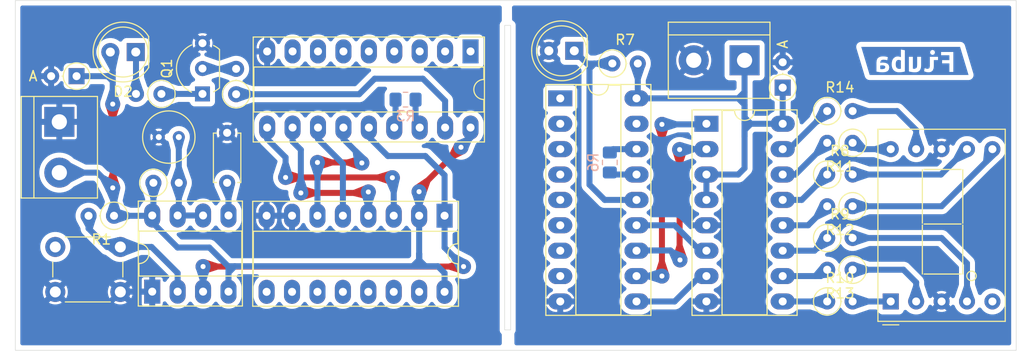
<source format=kicad_pcb>
(kicad_pcb
	(version 20241229)
	(generator "pcbnew")
	(generator_version "9.0")
	(general
		(thickness 1.6)
		(legacy_teardrops no)
	)
	(paper "A4")
	(layers
		(0 "F.Cu" signal)
		(2 "B.Cu" signal)
		(9 "F.Adhes" user "F.Adhesive")
		(11 "B.Adhes" user "B.Adhesive")
		(13 "F.Paste" user)
		(15 "B.Paste" user)
		(5 "F.SilkS" user "F.Silkscreen")
		(7 "B.SilkS" user "B.Silkscreen")
		(1 "F.Mask" user)
		(3 "B.Mask" user)
		(17 "Dwgs.User" user "User.Drawings")
		(19 "Cmts.User" user "User.Comments")
		(21 "Eco1.User" user "User.Eco1")
		(23 "Eco2.User" user "User.Eco2")
		(25 "Edge.Cuts" user)
		(27 "Margin" user)
		(31 "F.CrtYd" user "F.Courtyard")
		(29 "B.CrtYd" user "B.Courtyard")
		(35 "F.Fab" user)
		(33 "B.Fab" user)
		(39 "User.1" user)
		(41 "User.2" user)
		(43 "User.3" user)
		(45 "User.4" user)
		(47 "User.5" user)
		(49 "User.6" user)
		(51 "User.7" user)
		(53 "User.8" user)
		(55 "User.9" user)
	)
	(setup
		(stackup
			(layer "F.SilkS"
				(type "Top Silk Screen")
			)
			(layer "F.Paste"
				(type "Top Solder Paste")
			)
			(layer "F.Mask"
				(type "Top Solder Mask")
				(thickness 0.01)
			)
			(layer "F.Cu"
				(type "copper")
				(thickness 0.035)
			)
			(layer "dielectric 1"
				(type "core")
				(thickness 1.51)
				(material "FR4")
				(epsilon_r 4.5)
				(loss_tangent 0.02)
			)
			(layer "B.Cu"
				(type "copper")
				(thickness 0.035)
			)
			(layer "B.Mask"
				(type "Bottom Solder Mask")
				(thickness 0.01)
			)
			(layer "B.Paste"
				(type "Bottom Solder Paste")
			)
			(layer "B.SilkS"
				(type "Bottom Silk Screen")
			)
			(copper_finish "HAL SnPb")
			(dielectric_constraints no)
		)
		(pad_to_mask_clearance 0)
		(allow_soldermask_bridges_in_footprints no)
		(tenting front back)
		(pcbplotparams
			(layerselection 0x00000000_00000000_55555555_57555554)
			(plot_on_all_layers_selection 0x00000000_00000000_00000000_00000000)
			(disableapertmacros no)
			(usegerberextensions no)
			(usegerberattributes yes)
			(usegerberadvancedattributes yes)
			(creategerberjobfile yes)
			(dashed_line_dash_ratio 12.000000)
			(dashed_line_gap_ratio 3.000000)
			(svgprecision 4)
			(plotframeref no)
			(mode 1)
			(useauxorigin no)
			(hpglpennumber 1)
			(hpglpenspeed 20)
			(hpglpendiameter 15.000000)
			(pdf_front_fp_property_popups yes)
			(pdf_back_fp_property_popups yes)
			(pdf_metadata yes)
			(pdf_single_document no)
			(dxfpolygonmode yes)
			(dxfimperialunits yes)
			(dxfusepcbnewfont yes)
			(psnegative no)
			(psa4output no)
			(plot_black_and_white yes)
			(plotinvisibletext no)
			(sketchpadsonfab no)
			(plotpadnumbers no)
			(hidednponfab no)
			(sketchdnponfab yes)
			(crossoutdnponfab yes)
			(subtractmaskfromsilk no)
			(outputformat 1)
			(mirror no)
			(drillshape 0)
			(scaleselection 1)
			(outputdirectory "")
		)
	)
	(net 0 "")
	(net 1 "GND")
	(net 2 "Net-(U2-CV)")
	(net 3 "Net-(U2-DIS)")
	(net 4 "+5V")
	(net 5 "Net-(D2-K)")
	(net 6 "+5VD")
	(net 7 "GND1")
	(net 8 "Net-(Q1-C)")
	(net 9 "Net-(Q1-B)")
	(net 10 "Net-(Q2-C)")
	(net 11 "Net-(U2-TR)")
	(net 12 "Net-(U3-OSC1)")
	(net 13 "Net-(U3-OSC2)")
	(net 14 "Net-(U3-DOUT)")
	(net 15 "Net-(U4-OSC1)")
	(net 16 "Net-(U4-OSC2)")
	(net 17 "Net-(U7-A)")
	(net 18 "Net-(U6-Qa)")
	(net 19 "Net-(U7-C)")
	(net 20 "Net-(U6-Qc)")
	(net 21 "Net-(U7-E)")
	(net 22 "Net-(U6-Qe)")
	(net 23 "Net-(U6-Qg)")
	(net 24 "Net-(U7-G)")
	(net 25 "Net-(U6-Qb)")
	(net 26 "Net-(U7-B)")
	(net 27 "Net-(U7-D)")
	(net 28 "Net-(U6-Qd)")
	(net 29 "Net-(U6-Qf)")
	(net 30 "Net-(U7-F)")
	(net 31 "unconnected-(U3-A1-Pad2)")
	(net 32 "unconnected-(U3-A0-Pad1)")
	(net 33 "unconnected-(U3-A4-Pad5)")
	(net 34 "unconnected-(U3-A3-Pad4)")
	(net 35 "unconnected-(U3-A6-Pad7)")
	(net 36 "unconnected-(U3-A2-Pad3)")
	(net 37 "unconnected-(U3-A5-Pad6)")
	(net 38 "unconnected-(U3-A7-Pad8)")
	(net 39 "unconnected-(U4-A3-Pad4)")
	(net 40 "unconnected-(U4-A0-Pad1)")
	(net 41 "Net-(U4-D11)")
	(net 42 "unconnected-(U4-VT-Pad17)")
	(net 43 "Net-(U4-D10)")
	(net 44 "unconnected-(U4-A1-Pad2)")
	(net 45 "Net-(U4-D9)")
	(net 46 "unconnected-(U4-A5-Pad6)")
	(net 47 "unconnected-(U4-A2-Pad3)")
	(net 48 "unconnected-(U4-A7-Pad8)")
	(net 49 "Net-(U4-D8)")
	(net 50 "unconnected-(U4-A6-Pad7)")
	(net 51 "unconnected-(U4-A4-Pad5)")
	(net 52 "unconnected-(U7-DP-Pad5)")
	(net 53 "unconnected-(U1B-Reset-Pad15)")
	(net 54 "unconnected-(U1B-Q1-Pad11)")
	(net 55 "Net-(U1A-Q4)")
	(net 56 "Net-(U1A-Q1)")
	(net 57 "unconnected-(U1B-Enable-Pad10)")
	(net 58 "Net-(U1A-Q3)")
	(net 59 "Net-(U1A-CK)")
	(net 60 "Net-(U1A-Q2)")
	(net 61 "unconnected-(U1B-CK-Pad9)")
	(net 62 "unconnected-(U1B-Q3-Pad13)")
	(net 63 "unconnected-(U1B-Q4-Pad14)")
	(net 64 "unconnected-(U1B-Q2-Pad12)")
	(footprint "Resistor_THT:R_Axial_DIN0207_L6.3mm_D2.5mm_P2.54mm_Vertical" (layer "F.Cu") (at 207.645 64.4525))
	(pad "2" thru_hole oval
		(at 2.54 0)
		(size 1.6 1.6)
		(drill 0.8)
		(layers "*.Cu" "*.Mask" "In1.Cu" "In2.Cu" "In3.Cu" "In4.Cu" "In5.Cu" "In6.Cu"
			"In7.Cu" "In8.Cu" "In9.Cu" "In10.Cu" "In11.Cu" "In12.Cu" "In13.Cu" "In14.Cu"
			"In15.Cu" "In16.Cu" "In17.Cu" "In18.Cu" "In19.Cu" "In20.Cu" "In21.Cu"
			"In22.Cu" "In23.Cu" "In24.Cu" "In25.Cu" "In26.Cu" "In27.Cu" "In28.Cu"
			"In29.Cu" "In30.Cu"
		)
		(remove_unused_layers no)
		(net 19 "Net-(U7-C)")
		(pintype "passive")
		(teardrops
			(best_length_ratio 0.5)
			(max_length 1)
			(best_width_ratio 1)
			(max_width 2)
			(curved_edges no)filter_ratio 0.9)
		(enabled yes)
		(allow_two_segments yes)
		(prefer_zone_connections yes)
	)
	(uuid "1b51b88b-1cb1-46b0-95ae-9d7e19a57c39")
)
(embedded_fonts no)
(model "${KIPRJMOD}/packages3D/R_Axial_DIN0207_L6.3mm_D2.5mm_P2.54mm_Vertical.wrl"
	(offset
		(xyz 0 0 0)
	)
	(scale
		(xyz 1 1 1)
	)
	(rotate
		(xyz 0 0 0)
	)
)
)
(footprint "Resistor_THT:R_Axial_DIN0207_L6.3mm_D2.5mm_P2.54mm_Vertical" (layer "F.Cu") (at 210.185 67.6275 180))
(pad "2" thru_hole oval
	(at 2.54 0 180)
	(size 1.6 1.6)
	(drill 0.8)
	(layers "*.Cu" "*.Mask" "In1.Cu" "In2.Cu" "In3.Cu" "In4.Cu" "In5.Cu" "In6.Cu"
		"In7.Cu" "In8.Cu" "In9.Cu" "In10.Cu" "In11.Cu" "In12.Cu" "In13.Cu" "In14.Cu"
		"In15.Cu" "In16.Cu" "In17.Cu" "In18.Cu" "In19.Cu" "In20.Cu" "In21.Cu" "In22.Cu"
		"In23.Cu" "In24.Cu" "In25.Cu" "In26.Cu" "In27.Cu" "In28.Cu" "In29.Cu" "In30.Cu"
	)
	(remove_unused_layers no)
	(net 28 "Net-(U6-Qd)")
	(pintype "passive")
	(teardrops
		(best_length_ratio 0.5)
		(max_length 1)
		(best_width_ratio 1)
		(max_width 2)
		(curved_edges no)filter_ratio 0.9)
	(enabled yes)
	(allow_two_segments yes)
	(prefer_zone_connections yes)
)
(uuid "ff1c6cfa-1b21-4a20-b371-800b230c0ece")
)
(embedded_fonts no)
(model "${KIPRJMOD}/packages3D/R_Axial_DIN0207_L6.3mm_D2.5mm_P2.54mm_Vertical.wrl"
	(offset
		(xyz 0 0 0)
	)
	(scale
		(xyz 1 1 1)
	)
	(rotate
		(xyz 0 0 0)
	)
)
)
(footprint "Resistor_THT:R_Axial_DIN0207_L6.3mm_D2.5mm_P2.54mm_Vertical" (layer "F.Cu") (at 210.185 54.9275 180))
(pad "2" thru_hole oval
	(at 2.54 0 180)
	(size 1.6 1.6)
	(drill 0.8)
	(layers "*.Cu" "*.Mask" "In1.Cu" "In2.Cu" "In3.Cu" "In4.Cu" "In5.Cu" "In6.Cu"
		"In7.Cu" "In8.Cu" "In9.Cu" "In10.Cu" "In11.Cu" "In12.Cu" "In13.Cu" "In14.Cu"
		"In15.Cu" "In16.Cu" "In17.Cu" "In18.Cu" "In19.Cu" "In20.Cu" "In21.Cu" "In22.Cu"
		"In23.Cu" "In24.Cu" "In25.Cu" "In26.Cu" "In27.Cu" "In28.Cu" "In29.Cu" "In30.Cu"
	)
	(remove_unused_layers no)
	(net 23 "Net-(U6-Qg)")
	(pintype "passive")
	(teardrops
		(best_length_ratio 0.5)
		(max_length 1)
		(best_width_ratio 1)
		(max_width 2)
		(curved_edges no)filter_ratio 0.9)
	(enabled yes)
	(allow_two_segments yes)
	(prefer_zone_connections yes)
)
(uuid "d841e604-1132-4f07-be27-08bc123c12f4")
)
(embedded_fonts no)
(model "${KIPRJMOD}/packages3D/R_Axial_DIN0207_L6.3mm_D2.5mm_P2.54mm_Vertical.wrl"
	(offset
		(xyz 0 0 0)
	)
	(scale
		(xyz 1 1 1)
	)
	(rotate
		(xyz 0 0 0)
	)
)
)
(footprint "Resistor_THT:R_Axial_DIN0207_L6.3mm_D2.5mm_P2.54mm_Vertical" (layer "F.Cu") (at 140.325 58.928))
(pad "2" thru_hole oval
	(at 2.54 0)
	(size 1.6 1.6)
	(drill 0.8)
	(layers "*.Cu" "*.Mask" "In1.Cu" "In2.Cu" "In3.Cu" "In4.Cu" "In5.Cu" "In6.Cu"
		"In7.Cu" "In8.Cu" "In9.Cu" "In10.Cu" "In11.Cu" "In12.Cu" "In13.Cu" "In14.Cu"
		"In15.Cu" "In16.Cu" "In17.Cu" "In18.Cu" "In19.Cu" "In20.Cu" "In21.Cu" "In22.Cu"
		"In23.Cu" "In24.Cu" "In25.Cu" "In26.Cu" "In27.Cu" "In28.Cu" "In29.Cu" "In30.Cu"
	)
	(remove_unused_layers no)
	(net 3 "Net-(U2-DIS)")
	(pintype "passive")
	(teardrops
		(best_length_ratio 0.5)
		(max_length 1)
		(best_width_ratio 1)
		(max_width 2)
		(curved_edges no)filter_ratio 0.9)
	(enabled yes)
	(allow_two_segments yes)
	(prefer_zone_connections yes)
)
(uuid "d0e50bc6-3e11-4bc1-86d5-c9a49ba30720")
)
(embedded_fonts no)
(model "${KIPRJMOD}/packages3D/R_Axial_DIN0207_L6.3mm_D2.5mm_P2.54mm_Vertical.wrl"
	(offset
		(xyz 0 0 0)
	)
	(scale
		(xyz 1 1 1)
	)
	(rotate
		(xyz 0 0 0)
	)
)
)
(footprint "Resistor_THT:R_Axial_DIN0207_L6.3mm_D2.5mm_P2.54mm_Vertical" (layer "F.Cu") (at 207.645 51.7525))
(pad "2" thru_hole oval
	(at 2.54 0)
	(size 1.6 1.6)
	(drill 0.8)
	(layers "*.Cu" "*.Mask" "In1.Cu" "In2.Cu" "In3.Cu" "In4.Cu" "In5.Cu" "In6.Cu"
		"In7.Cu" "In8.Cu" "In9.Cu" "In10.Cu" "In11.Cu" "In12.Cu" "In13.Cu" "In14.Cu"
		"In15.Cu" "In16.Cu" "In17.Cu" "In18.Cu" "In19.Cu" "In20.Cu" "In21.Cu" "In22.Cu"
		"In23.Cu" "In24.Cu" "In25.Cu" "In26.Cu" "In27.Cu" "In28.Cu" "In29.Cu" "In30.Cu"
	)
	(remove_unused_layers no)
	(net 30 "Net-(U7-F)")
	(pintype "passive")
	(teardrops
		(best_length_ratio 0.5)
		(max_length 1)
		(best_width_ratio 1)
		(max_width 2)
		(curved_edges no)filter_ratio 0.9)
	(enabled yes)
	(allow_two_segments yes)
	(prefer_zone_connections yes)
)
(uuid "091809d8-a5fc-448b-8b60-e330550cf959")
)
(embedded_fonts no)
(model "${KIPRJMOD}/packages3D/R_Axial_DIN0207_L6.3mm_D2.5mm_P2.54mm_Vertical.wrl"
	(offset
		(xyz 0 0 0)
	)
	(scale
		(xyz 1 1 1)
	)
	(rotate
		(xyz 0 0 0)
	)
)
)
(footprint "Package_DIP:DIP-16_W7.62mm_Socket_LongPads" (layer "F.Cu") (at 195.58 53.0225))
(footprint "Resistor_THT:R_Axial_DIN0207_L6.3mm_D2.5mm_P2.54mm_Vertical" (layer "F.Cu") (at 141.126 50.038 180))
(pad "2" thru_hole oval
	(at 2.54 0 180)
	(size 1.6 1.6)
	(drill 0.8)
	(layers "*.Cu" "*.Mask" "In1.Cu" "In2.Cu" "In3.Cu" "In4.Cu" "In5.Cu" "In6.Cu"
		"In7.Cu" "In8.Cu" "In9.Cu" "In10.Cu" "In11.Cu" "In12.Cu" "In13.Cu" "In14.Cu"
		"In15.Cu" "In16.Cu" "In17.Cu" "In18.Cu" "In19.Cu" "In20.Cu" "In21.Cu" "In22.Cu"
		"In23.Cu" "In24.Cu" "In25.Cu" "In26.Cu" "In27.Cu" "In28.Cu" "In29.Cu" "In30.Cu"
	)
	(remove_unused_layers no)
	(net 5 "Net-(D2-K)")
	(pintype "passive")
	(teardrops
		(best_length_ratio 0.5)
		(max_length 1)
		(best_width_ratio 1)
		(max_width 2)
		(curved_edges no)filter_ratio 0.9)
	(enabled yes)
	(allow_two_segments yes)
	(prefer_zone_connections yes)
)
(uuid "50c8eb81-904d-4822-b569-4baad48aa1f1")
)
(embedded_fonts no)
(model "${KIPRJMOD}/packages3D/R_Axial_DIN0207_L6.3mm_D2.5mm_P2.54mm_Vertical.wrl"
	(offset
		(xyz 0 0 0)
	)
	(scale
		(xyz 1 1 1)
	)
	(rotate
		(xyz 0 0 0)
	)
)
)
(footprint "Resistor_THT:R_Axial_DIN0207_L6.3mm_D2.5mm_P2.54mm_Vertical" (layer "F.Cu") (at 186.182 46.99))
(pad "2" thru_hole oval
	(at 2.54 0)
	(size 1.6 1.6)
	(drill 0.8)
	(layers "*.Cu" "*.Mask" "In1.Cu" "In2.Cu" "In3.Cu" "In4.Cu" "In5.Cu" "In6.Cu"
		"In7.Cu" "In8.Cu" "In9.Cu" "In10.Cu" "In11.Cu" "In12.Cu" "In13.Cu" "In14.Cu"
		"In15.Cu" "In16.Cu" "In17.Cu" "In18.Cu" "In19.Cu" "In20.Cu" "In21.Cu" "In22.Cu"
		"In23.Cu" "In24.Cu" "In25.Cu" "In26.Cu" "In27.Cu" "In28.Cu" "In29.Cu" "In30.Cu"
	)
	(remove_unused_layers no)
	(net 6 "+5VD")
	(pintype "passive")
	(teardrops
		(best_length_ratio 0.5)
		(max_length 1)
		(best_width_ratio 1)
		(max_width 2)
		(curved_edges no)filter_ratio 0.9)
	(enabled yes)
	(allow_two_segments yes)
	(prefer_zone_connections yes)
)
(uuid "c38d7ee1-f27d-437a-8daa-8f24c1a95511")
)
(embedded_fonts no)
(model "${KIPRJMOD}/packages3D/R_Axial_DIN0207_L6.3mm_D2.5mm_P2.54mm_Vertical.wrl"
	(offset
		(xyz 0 0 0)
	)
	(scale
		(xyz 1 1 1)
	)
	(rotate
		(xyz 0 0 0)
	)
)
)
(footprint "Button_Switch_THT:SW_PUSH_6mm_H4.3mm" (layer "F.Cu") (at 137.023 69.85 180))
(pad "1" thru_hole circle
	(at 6.5 0 270)
	(size 2 2)
	(drill 1.1)
	(layers "*.Cu" "*.Mask" "In1.Cu" "In2.Cu" "In3.Cu" "In4.Cu" "In5.Cu" "In6.Cu"
		"In7.Cu" "In8.Cu" "In9.Cu" "In10.Cu" "In11.Cu" "In12.Cu" "In13.Cu" "In14.Cu"
		"In15.Cu" "In16.Cu" "In17.Cu" "In18.Cu" "In19.Cu" "In20.Cu" "In21.Cu" "In22.Cu"
		"In23.Cu" "In24.Cu" "In25.Cu" "In26.Cu" "In27.Cu" "In28.Cu" "In29.Cu" "In30.Cu"
	)
	(remove_unused_layers no)
	(net 1 "GND")
	(pinfunction "1")
	(pintype "passive")
	(teardrops
		(best_length_ratio 0.5)
		(max_length 1)
		(best_width_ratio 1)
		(max_width 2)
		(curved_edges no)filter_ratio 0.9)
	(enabled yes)
	(allow_two_segments yes)
	(prefer_zone_connections yes)
)
(uuid "b642a311-e185-4282-819d-3aa1173febd5")
)
(pad "2" thru_hole circle
	(at 0 4.5 270)
	(size 2 2)
	(drill 1.1)
	(layers "*.Cu" "*.Mask" "In1.Cu" "In2.Cu" "In3.Cu" "In4.Cu" "In5.Cu" "In6.Cu"
		"In7.Cu" "In8.Cu" "In9.Cu" "In10.Cu" "In11.Cu" "In12.Cu" "In13.Cu" "In14.Cu"
		"In15.Cu" "In16.Cu" "In17.Cu" "In18.Cu" "In19.Cu" "In20.Cu" "In21.Cu" "In22.Cu"
		"In23.Cu" "In24.Cu" "In25.Cu" "In26.Cu" "In27.Cu" "In28.Cu" "In29.Cu" "In30.Cu"
	)
	(remove_unused_layers no)
	(net 11 "Net-(U2-TR)")
	(pinfunction "2")
	(pintype "passive")
	(teardrops
		(best_length_ratio 0.5)
		(max_length 1)
		(best_width_ratio 1)
		(max_width 2)
		(curved_edges no)filter_ratio 0.9)
	(enabled yes)
	(allow_two_segments yes)
	(prefer_zone_connections yes)
)
(uuid "e6836de3-c8ec-4766-a0e4-886cc089a91a")
)
(pad "2" thru_hole circle
	(at 6.5 4.5 270)
	(size 2 2)
	(drill 1.1)
	(layers "*.Cu" "*.Mask" "In1.Cu" "In2.Cu" "In3.Cu" "In4.Cu" "In5.Cu" "In6.Cu"
		"In7.Cu" "In8.Cu" "In9.Cu" "In10.Cu" "In11.Cu" "In12.Cu" "In13.Cu" "In14.Cu"
		"In15.Cu" "In16.Cu" "In17.Cu" "In18.Cu" "In19.Cu" "In20.Cu" "In21.Cu" "In22.Cu"
		"In23.Cu" "In24.Cu" "In25.Cu" "In26.Cu" "In27.Cu" "In28.Cu" "In29.Cu" "In30.Cu"
	)
	(remove_unused_layers no)
	(net 11 "Net-(U2-TR)")
	(pinfunction "2")
	(pintype "passive")
	(teardrops
		(best_length_ratio 0.5)
		(max_length 1)
		(best_width_ratio 1)
		(max_width 2)
		(curved_edges no)filter_ratio 0.9)
	(enabled yes)
	(allow_two_segments yes)
	(prefer_zone_connections yes)
)
(uuid "6c258e28-6922-43ad-8361-818f51c5dbcf")
)
(embedded_fonts no)
(model "${KIPRJMOD}/packages3D/SW_PUSH_6mm_H4.3mm.wrl"
	(offset
		(xyz 0 0 0)
	)
	(scale
		(xyz 1 1 1)
	)
	(rotate
		(xyz 0 0 0)
	)
)
)
(footprint "Diode_THT:D_DO-35_SOD27_P2.54mm_Vertical_AnodeUp" (layer "F.Cu") (at 132.647629 48.259999 180))
(embedded_fonts no)
(model "${KIPRJMOD}/packages3D/D_DO-35_SOD27_P2.54mm_Vertical_AnodeUp.wrl"
	(offset
		(xyz 0 0 0)
	)
	(scale
		(xyz 1 1 1)
	)
	(rotate
		(xyz 0 0 0)
	)
)
)
(footprint "Package_DIP:DIP-8_W7.62mm_Socket_LongPads" (layer "F.Cu") (at 140.208 69.82 90))
(footprint "Capacitor_THT:C_Disc_D4.7mm_W2.5mm_P5.00mm" (layer "F.Cu") (at 147.691 58.928 90))
(pad "2" thru_hole circle
	(at 5 0 90)
	(size 1.6 1.6)
	(drill 0.8)
	(layers "*.Cu" "*.Mask" "In1.Cu" "In2.Cu" "In3.Cu" "In4.Cu" "In5.Cu" "In6.Cu"
		"In7.Cu" "In8.Cu" "In9.Cu" "In10.Cu" "In11.Cu" "In12.Cu" "In13.Cu" "In14.Cu"
		"In15.Cu" "In16.Cu" "In17.Cu" "In18.Cu" "In19.Cu" "In20.Cu" "In21.Cu" "In22.Cu"
		"In23.Cu" "In24.Cu" "In25.Cu" "In26.Cu" "In27.Cu" "In28.Cu" "In29.Cu" "In30.Cu"
	)
	(remove_unused_layers no)
	(net 1 "GND")
	(pintype "passive")
	(teardrops
		(best_length_ratio 0.5)
		(max_length 1)
		(best_width_ratio 1)
		(max_width 2)
		(curved_edges no)filter_ratio 0.9)
	(enabled yes)
	(allow_two_segments yes)
	(prefer_zone_connections yes)
)
(uuid "2178991f-c3a9-4a98-8e39-7cef8a9c6411")
)
(embedded_fonts no)
(model "${KIPRJMOD}/packages3D/C_Disc_D4.7mm_W2.5mm_P5.00mm.wrl"
	(offset
		(xyz 0 0 0)
	)
	(scale
		(xyz 1 1 1)
	)
	(rotate
		(xyz 0 0 0)
	)
)
)
(footprint "Resistor_THT:R_Axial_DIN0207_L6.3mm_D2.5mm_P2.54mm_Vertical" (layer "F.Cu") (at 148.59 50.067 90))
(pad "2" thru_hole oval
	(at 2.54 0 90)
	(size 1.6 1.6)
	(drill 0.8)
	(layers "*.Cu" "*.Mask" "In1.Cu" "In2.Cu" "In3.Cu" "In4.Cu" "In5.Cu" "In6.Cu"
		"In7.Cu" "In8.Cu" "In9.Cu" "In10.Cu" "In11.Cu" "In12.Cu" "In13.Cu" "In14.Cu"
		"In15.Cu" "In16.Cu" "In17.Cu" "In18.Cu" "In19.Cu" "In20.Cu" "In21.Cu" "In22.Cu"
		"In23.Cu" "In24.Cu" "In25.Cu" "In26.Cu" "In27.Cu" "In28.Cu" "In29.Cu" "In30.Cu"
	)
	(remove_unused_layers no)
	(net 9 "Net-(Q1-B)")
	(pintype "passive")
	(teardrops
		(best_length_ratio 0.5)
		(max_length 1)
		(best_width_ratio 1)
		(max_width 2)
		(curved_edges no)filter_ratio 0.9)
	(enabled yes)
	(allow_two_segments yes)
	(prefer_zone_connections yes)
)
(uuid "b1771177-66f4-41d0-90e3-d938fc8a6048")
)
(embedded_fonts no)
(model "${KIPRJMOD}/packages3D/R_Axial_DIN0207_L6.3mm_D2.5mm_P2.54mm_Vertical.wrl"
	(offset
		(xyz 0 0 0)
	)
	(scale
		(xyz 1 1 1)
	)
	(rotate
		(xyz 0 0 0)
	)
)
)
(footprint "Package_DIP:DIP-18_W7.62mm_Socket_LongPads" (layer "F.Cu") (at 172.0115 45.7835 -90))
(footprint "LED_THT:LED_D5.0mm_Clear" (layer "F.Cu") (at 138.562 45.847 180))
(embedded_fonts no)
(model "${KIPRJMOD}/packages3D/LED_D5.0mm_Horizontal_O1.27mm_Z3.0mm_IRBlack.step"
	(offset
		(xyz 0 0 0)
	)
	(scale
		(xyz 1 1 1)
	)
	(rotate
		(xyz 0 0 0)
	)
)
)
(footprint "Display_7Segment:D1X8K" (layer "F.Cu") (at 213.995 70.8025 90))
(pad "3" thru_hole circle
	(at 0 5.08)
	(size 1.6 1.6)
	(drill 0.8)
	(layers "*.Cu" "*.Mask" "In1.Cu" "In2.Cu" "In3.Cu" "In4.Cu" "In5.Cu" "In6.Cu"
		"In7.Cu" "In8.Cu" "In9.Cu" "In10.Cu" "In11.Cu" "In12.Cu" "In13.Cu" "In14.Cu"
		"In15.Cu" "In16.Cu" "In17.Cu" "In18.Cu" "In19.Cu" "In20.Cu" "In21.Cu" "In22.Cu"
		"In23.Cu" "In24.Cu" "In25.Cu" "In26.Cu" "In27.Cu" "In28.Cu" "In29.Cu" "In30.Cu"
	)
	(remove_unused_layers no)
	(net 7 "GND1")
	(pinfunction "CC")
	(pintype "input")
	(teardrops
		(best_length_ratio 0.5)
		(max_length 1)
		(best_width_ratio 1)
		(max_width 2)
		(curved_edges no)filter_ratio 0.9)
	(enabled yes)
	(allow_two_segments yes)
	(prefer_zone_connections yes)
)
(uuid "a43ef6e4-689e-44ca-9880-ff2b54a1fd11")
)
(pad "4" thru_hole circle
	(at 0 7.62)
	(size 1.6 1.6)
	(drill 0.8)
	(layers "*.Cu" "*.Mask" "In1.Cu" "In2.Cu" "In3.Cu" "In4.Cu" "In5.Cu" "In6.Cu"
		"In7.Cu" "In8.Cu" "In9.Cu" "In10.Cu" "In11.Cu" "In12.Cu" "In13.Cu" "In14.Cu"
		"In15.Cu" "In16.Cu" "In17.Cu" "In18.Cu" "In19.Cu" "In20.Cu" "In21.Cu" "In22.Cu"
		"In23.Cu" "In24.Cu" "In25.Cu" "In26.Cu" "In27.Cu" "In28.Cu" "In29.Cu" "In30.Cu"
	)
	(remove_unused_layers no)
	(net 19 "Net-(U7-C)")
	(pinfunction "C")
	(pintype "input")
	(teardrops
		(best_length_ratio 0.5)
		(max_length 1)
		(best_width_ratio 1)
		(max_width 2)
		(curved_edges no)filter_ratio 0.9)
	(enabled yes)
	(allow_two_segments yes)
	(prefer_zone_connections yes)
)
(uuid "ca4d2842-3044-4caa-a88d-5b5821349228")
)
(pad "5" thru_hole circle
	(at 0 10.16)
	(size 1.6 1.6)
	(drill 0.8)
	(layers "*.Cu" "*.Mask" "In1.Cu" "In2.Cu" "In3.Cu" "In4.Cu" "In5.Cu" "In6.Cu"
		"In7.Cu" "In8.Cu" "In9.Cu" "In10.Cu" "In11.Cu" "In12.Cu" "In13.Cu" "In14.Cu"
		"In15.Cu" "In16.Cu" "In17.Cu" "In18.Cu" "In19.Cu" "In20.Cu" "In21.Cu" "In22.Cu"
		"In23.Cu" "In24.Cu" "In25.Cu" "In26.Cu" "In27.Cu" "In28.Cu" "In29.Cu" "In30.Cu"
	)
	(remove_unused_layers no)
	(net 52 "unconnected-(U7-DP-Pad5)")
	(pinfunction "DP")
	(pintype "input+no_connect")
	(teardrops
		(best_length_ratio 0.5)
		(max_length 1)
		(best_width_ratio 1)
		(max_width 2)
		(curved_edges no)filter_ratio 0.9)
	(enabled yes)
	(allow_two_segments yes)
	(prefer_zone_connections yes)
)
(uuid "9c5c3d74-1b6f-4518-87c3-5b790b7c5d52")
)
(pad "6" thru_hole circle
	(at 15.24 10.16)
	(size 1.6 1.6)
	(drill 0.8)
	(layers "*.Cu" "*.Mask" "In1.Cu" "In2.Cu" "In3.Cu" "In4.Cu" "In5.Cu" "In6.Cu"
		"In7.Cu" "In8.Cu" "In9.Cu" "In10.Cu" "In11.Cu" "In12.Cu" "In13.Cu" "In14.Cu"
		"In15.Cu" "In16.Cu" "In17.Cu" "In18.Cu" "In19.Cu" "In20.Cu" "In21.Cu" "In22.Cu"
		"In23.Cu" "In24.Cu" "In25.Cu" "In26.Cu" "In27.Cu" "In28.Cu" "In29.Cu" "In30.Cu"
	)
	(remove_unused_layers no)
	(net 26 "Net-(U7-B)")
	(pinfunction "B")
	(pintype "input")
	(teardrops
		(best_length_ratio 0.5)
		(max_length 1)
		(best_width_ratio 1)
		(max_width 2)
		(curved_edges no)filter_ratio 0.9)
	(enabled yes)
	(allow_two_segments yes)
	(prefer_zone_connections yes)
)
(uuid "cee4df77-f9bd-41cf-ae1f-6a0b611a0f04")
)
(pad "7" thru_hole circle
	(at 15.24 7.62)
	(size 1.6 1.6)
	(drill 0.8)
	(layers "*.Cu" "*.Mask" "In1.Cu" "In2.Cu" "In3.Cu" "In4.Cu" "In5.Cu" "In6.Cu"
		"In7.Cu" "In8.Cu" "In9.Cu" "In10.Cu" "In11.Cu" "In12.Cu" "In13.Cu" "In14.Cu"
		"In15.Cu" "In16.Cu" "In17.Cu" "In18.Cu" "In19.Cu" "In20.Cu" "In21.Cu" "In22.Cu"
		"In23.Cu" "In24.Cu" "In25.Cu" "In26.Cu" "In27.Cu" "In28.Cu" "In29.Cu" "In30.Cu"
	)
	(remove_unused_layers no)
	(net 17 "Net-(U7-A)")
	(pinfunction "A")
	(pintype "input")
	(teardrops
		(best_length_ratio 0.5)
		(max_length 1)
		(best_width_ratio 1)
		(max_width 2)
		(curved_edges no)filter_ratio 0.9)
	(enabled yes)
	(allow_two_segments yes)
	(prefer_zone_connections yes)
)
(uuid "cb1ac6e2-c4eb-4665-b6b1-e1b49e2a317a")
)
(pad "8" thru_hole circle
	(at 15.24 5.08)
	(size 1.6 1.6)
	(drill 0.8)
	(layers "*.Cu" "*.Mask" "In1.Cu" "In2.Cu" "In3.Cu" "In4.Cu" "In5.Cu" "In6.Cu"
		"In7.Cu" "In8.Cu" "In9.Cu" "In10.Cu" "In11.Cu" "In12.Cu" "In13.Cu" "In14.Cu"
		"In15.Cu" "In16.Cu" "In17.Cu" "In18.Cu" "In19.Cu" "In20.Cu" "In21.Cu" "In22.Cu"
		"In23.Cu" "In24.Cu" "In25.Cu" "In26.Cu" "In27.Cu" "In28.Cu" "In29.Cu" "In30.Cu"
	)
	(remove_unused_layers no)
	(net 7 "GND1")
	(pinfunction "CC")
	(pintype "input")
	(teardrops
		(best_length_ratio 0.5)
		(max_length 1)
		(best_width_ratio 1)
		(max_width 2)
		(curved_edges no)filter_ratio 0.9)
	(enabled yes)
	(allow_two_segments yes)
	(prefer_zone_connections yes)
)
(uuid "f55ced1b-8334-45c2-a3f0-a682c379b3bd")
)
(pad "9" thru_hole circle
	(at 15.24 2.54)
	(size 1.6 1.6)
	(drill 0.8)
	(layers "*.Cu" "*.Mask" "In1.Cu" "In2.Cu" "In3.Cu" "In4.Cu" "In5.Cu" "In6.Cu"
		"In7.Cu" "In8.Cu" "In9.Cu" "In10.Cu" "In11.Cu" "In12.Cu" "In13.Cu" "In14.Cu"
		"In15.Cu" "In16.Cu" "In17.Cu" "In18.Cu" "In19.Cu" "In20.Cu" "In21.Cu" "In22.Cu"
		"In23.Cu" "In24.Cu" "In25.Cu" "In26.Cu" "In27.Cu" "In28.Cu" "In29.Cu" "In30.Cu"
	)
	(remove_unused_layers no)
	(net 30 "Net-(U7-F)")
	(pinfunction "F")
	(pintype "input")
	(teardrops
		(best_length_ratio 0.5)
		(max_length 1)
		(best_width_ratio 1)
		(max_width 2)
		(curved_edges no)filter_ratio 0.9)
	(enabled yes)
	(allow_two_segments yes)
	(prefer_zone_connections yes)
)
(uuid "fd357f6f-5d36-4f1a-88b8-4c7a810b8acd")
)
(pad "10" thru_hole circle
	(at 15.24 0)
	(size 1.6 1.6)
	(drill 0.8)
	(layers "*.Cu" "*.Mask" "In1.Cu" "In2.Cu" "In3.Cu" "In4.Cu" "In5.Cu" "In6.Cu"
		"In7.Cu" "In8.Cu" "In9.Cu" "In10.Cu" "In11.Cu" "In12.Cu" "In13.Cu" "In14.Cu"
		"In15.Cu" "In16.Cu" "In17.Cu" "In18.Cu" "In19.Cu" "In20.Cu" "In21.Cu" "In22.Cu"
		"In23.Cu" "In24.Cu" "In25.Cu" "In26.Cu" "In27.Cu" "In28.Cu" "In29.Cu" "In30.Cu"
	)
	(remove_unused_layers no)
	(net 24 "Net-(U7-G)")
	(pinfunction "G")
	(pintype "input")
	(teardrops
		(best_length_ratio 0.5)
		(max_length 1)
		(best_width_ratio 1)
		(max_width 2)
		(curved_edges no)filter_ratio 0.9)
	(enabled yes)
	(allow_two_segments yes)
	(prefer_zone_connections yes)
)
(uuid "b0c1aba3-6912-46cb-93e1-d020c79dcdbe")
)
(embedded_fonts no)
(model "${KIPRJMOD}/packages3D/D1X8K.wrl"
	(offset
		(xyz 0 0 0)
	)
	(scale
		(xyz 1 1 1)
	)
	(rotate
		(xyz 0 0 0)
	)
)
(model "${KIPRJMOD}/packages3D/7SegmentLED_LTS6760_LTS6780.step"
	(offset
		(xyz 0 0 0)
	)
	(scale
		(xyz 1 1 1)
	)
	(rotate
		(xyz 0 0 0)
	)
)
)
(footprint "LED_THT:LED_D5.0mm_Clear" (layer "F.Cu") (at 182.377 45.725 180))
(embedded_fonts no)
(model "${KICAD8_3DMODEL_DIR}/LED_THT.3dshapes/LED_D5.0mm_Horizontal_O1.27mm_Z3.0mm_IRGrey.step"
	(offset
		(xyz 0 0 0)
	)
	(scale
		(xyz 1 1 1)
	)
	(rotate
		(xyz 0 0 0)
	)
)
)
(footprint "Package_DIP:DIP-18_W7.62mm_Socket_LongPads" (layer "F.Cu") (at 180.975 50.4825))
(footprint "Package_DIP:DIP-16_W7.62mm_Socket_LongPads" (layer "F.Cu") (at 169.418 62.22 -90))
(footprint "TerminalBlock:TerminalBlock_bornier-2_P5.08mm" (layer "F.Cu") (at 130.927 52.832 -90))
(embedded_fonts no)
(model "${KIPRJMOD}/packages3D/bornier_2.stp"
	(offset
		(xyz 0 0 0)
	)
	(scale
		(xyz 1 1 1)
	)
	(rotate
		(xyz -90 0 90)
	)
)
(model "${KIPRJMOD}/packages3D/TerminalBlock_bornier-2_P5.08mm.wrl"
	(offset
		(xyz 2.539999962 0 0)
	)
	(scale
		(xyz 1 1 1)
	)
	(rotate
		(xyz 0 0 0)
	)
)
)
(footprint "Capacitor_THT:C_Radial_D5.0mm_H7.0mm_P2.00mm" (layer "F.Cu") (at 142.865 54.356 180))
(pad "2" thru_hole circle
	(at 2 0 180)
	(size 1.2 1.2)
	(drill 0.6)
	(layers "*.Cu" "*.Mask" "In1.Cu" "In2.Cu" "In3.Cu" "In4.Cu" "In5.Cu" "In6.Cu"
		"In7.Cu" "In8.Cu" "In9.Cu" "In10.Cu" "In11.Cu" "In12.Cu" "In13.Cu" "In14.Cu"
		"In15.Cu" "In16.Cu" "In17.Cu" "In18.Cu" "In19.Cu" "In20.Cu" "In21.Cu" "In22.Cu"
		"In23.Cu" "In24.Cu" "In25.Cu" "In26.Cu" "In27.Cu" "In28.Cu" "In29.Cu" "In30.Cu"
	)
	(remove_unused_layers no)
	(net 1 "GND")
	(pintype "passive")
	(teardrops
		(best_length_ratio 0.5)
		(max_length 1)
		(best_width_ratio 1)
		(max_width 2)
		(curved_edges no)filter_ratio 0.9)
	(enabled yes)
	(allow_two_segments yes)
	(prefer_zone_connections yes)
)
(uuid "30e006b7-b279-4332-9ba0-623054839167")
)
(embedded_fonts no)
(model "${KIPRJMOD}/packages3D/C_Radial_D5.0mm_H7.0mm_P2.00mm.wrl"
	(offset
		(xyz 0 0 0)
	)
	(scale
		(xyz 1 1 1)
	)
	(rotate
		(xyz 0 0 0)
	)
)
)
(footprint "Diode_THT:D_DO-35_SOD27_P2.54mm_Vertical_AnodeUp" (layer "F.Cu") (at 203.2 49.41033 90))
(embedded_fonts no)
(model "${KIPRJMOD}/packages3D/D_DO-35_SOD27_P2.54mm_Vertical_AnodeUp.wrl"
	(offset
		(xyz 0 0 0)
	)
	(scale
		(xyz 1 1 1)
	)
	(rotate
		(xyz 0 0 0)
	)
)
)
(footprint "Resistor_THT:R_Axial_DIN0207_L6.3mm_D2.5mm_P2.54mm_Vertical" (layer "F.Cu") (at 136.388 62.23 180))
(pad "2" thru_hole oval
	(at 2.54 0 180)
	(size 1.6 1.6)
	(drill 0.8)
	(layers "*.Cu" "*.Mask" "In1.Cu" "In2.Cu" "In3.Cu" "In4.Cu" "In5.Cu" "In6.Cu"
		"In7.Cu" "In8.Cu" "In9.Cu" "In10.Cu" "In11.Cu" "In12.Cu" "In13.Cu" "In14.Cu"
		"In15.Cu" "In16.Cu" "In17.Cu" "In18.Cu" "In19.Cu" "In20.Cu" "In21.Cu" "In22.Cu"
		"In23.Cu" "In24.Cu" "In25.Cu" "In26.Cu" "In27.Cu" "In28.Cu" "In29.Cu" "In30.Cu"
	)
	(remove_unused_layers no)
	(net 11 "Net-(U2-TR)")
	(pintype "passive")
	(teardrops
		(best_length_ratio 0.5)
		(max_length 1)
		(best_width_ratio 1)
		(max_width 2)
		(curved_edges no)filter_ratio 0.9)
	(enabled yes)
	(allow_two_segments yes)
	(prefer_zone_connections yes)
)
(uuid "bdfc1c93-6d4f-40e3-8ab7-dff39ae11649")
)
(embedded_fonts no)
(model "${KIPRJMOD}/packages3D/R_Axial_DIN0207_L6.3mm_D2.5mm_P2.54mm_Vertical.wrl"
	(offset
		(xyz 0 0 0)
	)
	(scale
		(xyz 1 1 1)
	)
	(rotate
		(xyz 0 0 0)
	)
)
)
(footprint "Package_TO_SOT_THT:TO-92L_Inline_Wide" (layer "F.Cu") (at 145.23 50.038 90))
(pad "3" thru_hole circle
	(at 5.08 0 90)
	(size 1.5 1.5)
	(drill 0.8)
	(layers "*.Cu" "*.Mask" "In1.Cu" "In2.Cu" "In3.Cu" "In4.Cu" "In5.Cu" "In6.Cu"
		"In7.Cu" "In8.Cu" "In9.Cu" "In10.Cu" "In11.Cu" "In12.Cu" "In13.Cu" "In14.Cu"
		"In15.Cu" "In16.Cu" "In17.Cu" "In18.Cu" "In19.Cu" "In20.Cu" "In21.Cu" "In22.Cu"
		"In23.Cu" "In24.Cu" "In25.Cu" "In26.Cu" "In27.Cu" "In28.Cu" "In29.Cu" "In30.Cu"
	)
	(remove_unused_layers no)
	(net 1 "GND")
	(pinfunction "E")
	(pintype "passive")
	(teardrops
		(best_length_ratio 0.5)
		(max_length 1)
		(best_width_ratio 1)
		(max_width 2)
		(curved_edges no)filter_ratio 0.9)
	(enabled yes)
	(allow_two_segments yes)
	(prefer_zone_connections yes)
)
(uuid "b117c4a9-47cd-46be-8be9-0e46e527c864")
)
(embedded_fonts no)
(model "${KIPRJMOD}/packages3D/TO-92L_Inline_Wide.wrl"
	(offset
		(xyz 0 0 0)
	)
	(scale
		(xyz 1 1 1)
	)
	(rotate
		(xyz 0 0 0)
	)
)
)
(footprint "Resistor_THT:R_Axial_DIN0207_L6.3mm_D2.5mm_P2.54mm_Vertical" (layer "F.Cu") (at 207.645 58.1025))
(pad "2" thru_hole oval
	(at 2.54 0)
	(size 1.6 1.6)
	(drill 0.8)
	(layers "*.Cu" "*.Mask" "In1.Cu" "In2.Cu" "In3.Cu" "In4.Cu" "In5.Cu" "In6.Cu"
		"In7.Cu" "In8.Cu" "In9.Cu" "In10.Cu" "In11.Cu" "In12.Cu" "In13.Cu" "In14.Cu"
		"In15.Cu" "In16.Cu" "In17.Cu" "In18.Cu" "In19.Cu" "In20.Cu" "In21.Cu" "In22.Cu"
		"In23.Cu" "In24.Cu" "In25.Cu" "In26.Cu" "In27.Cu" "In28.Cu" "In29.Cu" "In30.Cu"
	)
	(remove_unused_layers no)
	(net 17 "Net-(U7-A)")
	(pintype "passive")
	(teardrops
		(best_length_ratio 0.5)
		(max_length 1)
		(best_width_ratio 1)
		(max_width 2)
		(curved_edges no)filter_ratio 0.9)
	(enabled yes)
	(allow_two_segments yes)
	(prefer_zone_connections yes)
)
(uuid "3c05aa5d-5b5d-44e6-8891-73f09d6dd2db")
)
(embedded_fonts no)
(model "${KIPRJMOD}/packages3D/R_Axial_DIN0207_L6.3mm_D2.5mm_P2.54mm_Vertical.wrl"
	(offset
		(xyz 0 0 0)
	)
	(scale
		(xyz 1 1 1)
	)
	(rotate
		(xyz 0 0 0)
	)
)
)
(footprint "Resistor_THT:R_Axial_DIN0207_L6.3mm_D2.5mm_P2.54mm_Vertical" (layer "F.Cu") (at 207.645 70.8025))
(pad "2" thru_hole oval
	(at 2.54 0)
	(size 1.6 1.6)
	(drill 0.8)
	(layers "*.Cu" "*.Mask" "In1.Cu" "In2.Cu" "In3.Cu" "In4.Cu" "In5.Cu" "In6.Cu"
		"In7.Cu" "In8.Cu" "In9.Cu" "In10.Cu" "In11.Cu" "In12.Cu" "In13.Cu" "In14.Cu"
		"In15.Cu" "In16.Cu" "In17.Cu" "In18.Cu" "In19.Cu" "In20.Cu" "In21.Cu" "In22.Cu"
		"In23.Cu" "In24.Cu" "In25.Cu" "In26.Cu" "In27.Cu" "In28.Cu" "In29.Cu" "In30.Cu"
	)
	(remove_unused_layers no)
	(net 21 "Net-(U7-E)")
	(pintype "passive")
	(teardrops
		(best_length_ratio 0.5)
		(max_length 1)
		(best_width_ratio 1)
		(max_width 2)
		(curved_edges no)filter_ratio 0.9)
	(enabled yes)
	(allow_two_segments yes)
	(prefer_zone_connections yes)
)
(uuid "032b1ff9-c0bd-41d6-801f-a7afe2a89cc0")
)
(embedded_fonts no)
(model "${KIPRJMOD}/packages3D/R_Axial_DIN0207_L6.3mm_D2.5mm_P2.54mm_Vertical.wrl"
	(offset
		(xyz 0 0 0)
	)
	(scale
		(xyz 1 1 1)
	)
	(rotate
		(xyz 0 0 0)
	)
)
)
(footprint "Resistor_THT:R_Axial_DIN0207_L6.3mm_D2.5mm_P2.54mm_Vertical" (layer "F.Cu") (at 210.185 61.2775 180))
(pad "2" thru_hole oval
	(at 2.54 0 180)
	(size 1.6 1.6)
	(drill 0.8)
	(layers "*.Cu" "*.Mask" "In1.Cu" "In2.Cu" "In3.Cu" "In4.Cu" "In5.Cu" "In6.Cu"
		"In7.Cu" "In8.Cu" "In9.Cu" "In10.Cu" "In11.Cu" "In12.Cu" "In13.Cu" "In14.Cu"
		"In15.Cu" "In16.Cu" "In17.Cu" "In18.Cu" "In19.Cu" "In20.Cu" "In21.Cu" "In22.Cu"
		"In23.Cu" "In24.Cu" "In25.Cu" "In26.Cu" "In27.Cu" "In28.Cu" "In29.Cu" "In30.Cu"
	)
	(remove_unused_layers no)
	(net 25 "Net-(U6-Qb)")
	(pintype "passive")
	(teardrops
		(best_length_ratio 0.5)
		(max_length 1)
		(best_width_ratio 1)
		(max_width 2)
		(curved_edges no)filter_ratio 0.9)
	(enabled yes)
	(allow_two_segments yes)
	(prefer_zone_connections yes)
)
(uuid "591ab710-ffd0-48a8-b726-d5e55c0f5cea")
)
(embedded_fonts no)
(model "${KIPRJMOD}/packages3D/R_Axial_DIN0207_L6.3mm_D2.5mm_P2.54mm_Vertical.wrl"
	(offset
		(xyz 0 0 0)
	)
	(scale
		(xyz 1 1 1)
	)
	(rotate
		(xyz 0 0 0)
	)
)
)
(footprint "TerminalBlock:TerminalBlock_bornier-2_P5.08mm" (layer "F.Cu") (at 199.39 46.6725 180))
(embedded_fonts no)
(model "${KIPRJMOD}/packages3D/bornier_2.stp"
	(offset
		(xyz 0 0 0)
	)
	(scale
		(xyz 1 1 1)
	)
	(rotate
		(xyz -90 0 90)
	)
)
(model "${KIPRJMOD}/packages3D/TerminalBlock_bornier-2_P5.08mm.wrl"
	(offset
		(xyz 2.539999962 0 0)
	)
	(scale
		(xyz 1 1 1)
	)
	(rotate
		(xyz 0 0 0)
	)
)
)
(footprint "Resistor_SMD:R_0805_2012Metric_Pad1.20x1.40mm_HandSolder"
	(layer "B.Cu")
	(uuid "408dac75-3b45-4204-9b56-2c7ff501f47d")
	(at 185.928 56.896 -90)
	(descr "Resistor SMD 0805 (2012 Metric), square (rectangular) end terminal, IPC_7351 nominal with elongated pad for handsoldering. (Body size source: IPC-SM-782 page 72, https://www.pcb-3d.com/wordpress/wp-content/uploads/ipc-sm-782a_amendment_1_and_2.pdf), generated with kicad-footprint-generator")
	(tags "resistor handsolder")
	(property "Reference" "R6"
		(at 0 1.65 90)
		(layer "B.SilkS")
		(uuid "e33cefa0-3b6e-46d7-a6f5-16478755b1cd")
		(effects
			(font
				(size 1 1)
				(thickness 0.15)
			)
			(justify mirror)
		)
	)
	(property "Value" "47k"
		(at 0 -1.65 90)
		(layer "B.Fab")
		(uuid "e8478a2c-bb10-4567-bc74-48b444e3b72f")
		(effects
			(font
				(size 1 1)
				(thickness 0.15)
			)
			(justify mirror)
		)
	)
	(property "Datasheet" ""
		(at 0 0 90)
		(unlocked yes)
		(layer "B.Fab")
		(hide yes)
		(uuid "760393f9-c0f2-4467-a425-b5afc045d111")
		(effects
			(font
				(size 1.27 1.27)
				(thickness 0.15)
			)
			(justify mirror)
		)
	)
	(property "Description" "Resistor, US symbol"
		(at 0 0 90)
		(unlocked yes)
		(layer "B.Fab")
		(hide yes)
		(uuid "438421ca-6e38-48fe-b46d-374d8eaaffcd")
		(effects
			(font
				(size 1.27 1.27)
				(thickness 0.15)
			)
			(justify mirror)
		)
	)
	(property ki_fp_filters "R_*")
	(path "/d73da414-4d60-4895-b183-7f72cbfbb058")
	(sheetname "Root")
	(sheetfile "control_remoto_bcd.kicad_sch")
	(attr smd)
	(fp_line
		(start 0.227064 0.735)
		(end -0.227064 0.735)
		(stroke
			(width 0.12)
			(type solid)
		)
		(layer "B.Silk
... [297491 chars truncated]
</source>
